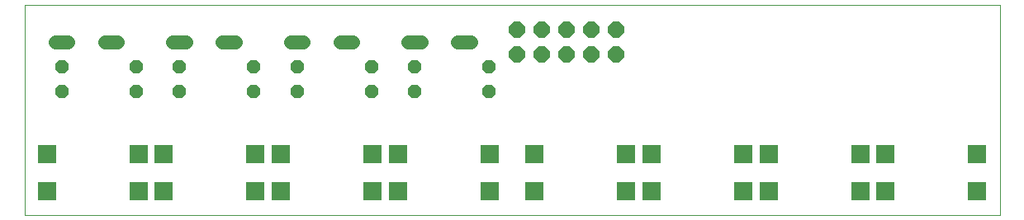
<source format=gbs>
G75*
%MOIN*%
%OFA0B0*%
%FSLAX25Y25*%
%IPPOS*%
%LPD*%
%AMOC8*
5,1,8,0,0,1.08239X$1,22.5*
%
%ADD10C,0.00000*%
%ADD11C,0.05600*%
%ADD12OC8,0.06400*%
%ADD13OC8,0.05600*%
%ADD14R,0.07487X0.07487*%
D10*
X0001000Y0001250D02*
X0001000Y0086211D01*
X0394701Y0086211D01*
X0394701Y0001250D01*
X0001000Y0001250D01*
D11*
X0013400Y0071250D02*
X0018600Y0071250D01*
X0033400Y0071250D02*
X0038600Y0071250D01*
X0060900Y0071250D02*
X0066100Y0071250D01*
X0080900Y0071250D02*
X0086100Y0071250D01*
X0108400Y0071250D02*
X0113600Y0071250D01*
X0128400Y0071250D02*
X0133600Y0071250D01*
X0155900Y0071250D02*
X0161100Y0071250D01*
X0175900Y0071250D02*
X0181100Y0071250D01*
D12*
X0199701Y0066250D03*
X0209701Y0066250D03*
X0219701Y0066250D03*
X0229701Y0066250D03*
X0239701Y0066250D03*
X0239701Y0076250D03*
X0229701Y0076250D03*
X0219701Y0076250D03*
X0209701Y0076250D03*
X0199701Y0076250D03*
D13*
X0188500Y0061250D03*
X0158500Y0061250D03*
X0141000Y0061250D03*
X0111000Y0061250D03*
X0093500Y0061250D03*
X0063500Y0061250D03*
X0046000Y0061250D03*
X0016000Y0061250D03*
X0016000Y0051250D03*
X0046000Y0051250D03*
X0063500Y0051250D03*
X0093500Y0051250D03*
X0111000Y0051250D03*
X0141000Y0051250D03*
X0158500Y0051250D03*
X0188500Y0051250D03*
D14*
X0188795Y0025659D03*
X0206906Y0025659D03*
X0243913Y0025659D03*
X0254150Y0025659D03*
X0291157Y0025659D03*
X0301394Y0025659D03*
X0338402Y0025659D03*
X0348638Y0025659D03*
X0385646Y0025659D03*
X0385646Y0010699D03*
X0348638Y0010699D03*
X0338402Y0010699D03*
X0301394Y0010699D03*
X0291157Y0010699D03*
X0254150Y0010699D03*
X0243913Y0010699D03*
X0206906Y0010699D03*
X0188795Y0010699D03*
X0151787Y0010699D03*
X0141551Y0010699D03*
X0104543Y0010699D03*
X0094307Y0010699D03*
X0057299Y0010699D03*
X0047063Y0010699D03*
X0010055Y0010699D03*
X0010055Y0025659D03*
X0047063Y0025659D03*
X0057299Y0025659D03*
X0094307Y0025659D03*
X0104543Y0025659D03*
X0141551Y0025659D03*
X0151787Y0025659D03*
M02*

</source>
